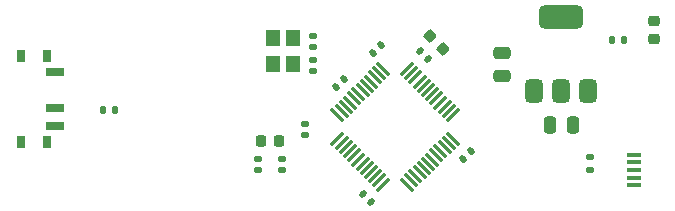
<source format=gbr>
%TF.GenerationSoftware,KiCad,Pcbnew,8.0.8*%
%TF.CreationDate,2025-03-25T21:44:27+01:00*%
%TF.ProjectId,stm32_red_pill,73746d33-325f-4726-9564-5f70696c6c2e,rev?*%
%TF.SameCoordinates,Original*%
%TF.FileFunction,Paste,Top*%
%TF.FilePolarity,Positive*%
%FSLAX46Y46*%
G04 Gerber Fmt 4.6, Leading zero omitted, Abs format (unit mm)*
G04 Created by KiCad (PCBNEW 8.0.8) date 2025-03-25 21:44:27*
%MOMM*%
%LPD*%
G01*
G04 APERTURE LIST*
G04 Aperture macros list*
%AMRoundRect*
0 Rectangle with rounded corners*
0 $1 Rounding radius*
0 $2 $3 $4 $5 $6 $7 $8 $9 X,Y pos of 4 corners*
0 Add a 4 corners polygon primitive as box body*
4,1,4,$2,$3,$4,$5,$6,$7,$8,$9,$2,$3,0*
0 Add four circle primitives for the rounded corners*
1,1,$1+$1,$2,$3*
1,1,$1+$1,$4,$5*
1,1,$1+$1,$6,$7*
1,1,$1+$1,$8,$9*
0 Add four rect primitives between the rounded corners*
20,1,$1+$1,$2,$3,$4,$5,0*
20,1,$1+$1,$4,$5,$6,$7,0*
20,1,$1+$1,$6,$7,$8,$9,0*
20,1,$1+$1,$8,$9,$2,$3,0*%
G04 Aperture macros list end*
%ADD10RoundRect,0.135000X-0.185000X0.135000X-0.185000X-0.135000X0.185000X-0.135000X0.185000X0.135000X0*%
%ADD11RoundRect,0.225000X-0.335876X-0.017678X-0.017678X-0.335876X0.335876X0.017678X0.017678X0.335876X0*%
%ADD12RoundRect,0.140000X-0.170000X0.140000X-0.170000X-0.140000X0.170000X-0.140000X0.170000X0.140000X0*%
%ADD13RoundRect,0.075000X-0.521491X-0.415425X-0.415425X-0.521491X0.521491X0.415425X0.415425X0.521491X0*%
%ADD14RoundRect,0.075000X-0.521491X0.415425X0.415425X-0.521491X0.521491X-0.415425X-0.415425X0.521491X0*%
%ADD15R,1.300000X0.450000*%
%ADD16RoundRect,0.140000X0.170000X-0.140000X0.170000X0.140000X-0.170000X0.140000X-0.170000X-0.140000X0*%
%ADD17R,0.800000X1.000000*%
%ADD18R,1.500000X0.700000*%
%ADD19RoundRect,0.140000X-0.219203X-0.021213X-0.021213X-0.219203X0.219203X0.021213X0.021213X0.219203X0*%
%ADD20RoundRect,0.140000X0.219203X0.021213X0.021213X0.219203X-0.219203X-0.021213X-0.021213X-0.219203X0*%
%ADD21RoundRect,0.135000X0.135000X0.185000X-0.135000X0.185000X-0.135000X-0.185000X0.135000X-0.185000X0*%
%ADD22RoundRect,0.375000X0.375000X-0.625000X0.375000X0.625000X-0.375000X0.625000X-0.375000X-0.625000X0*%
%ADD23RoundRect,0.500000X1.400000X-0.500000X1.400000X0.500000X-1.400000X0.500000X-1.400000X-0.500000X0*%
%ADD24RoundRect,0.218750X-0.218750X-0.256250X0.218750X-0.256250X0.218750X0.256250X-0.218750X0.256250X0*%
%ADD25RoundRect,0.135000X-0.135000X-0.185000X0.135000X-0.185000X0.135000X0.185000X-0.135000X0.185000X0*%
%ADD26RoundRect,0.140000X-0.021213X0.219203X-0.219203X0.021213X0.021213X-0.219203X0.219203X-0.021213X0*%
%ADD27RoundRect,0.250000X-0.475000X0.250000X-0.475000X-0.250000X0.475000X-0.250000X0.475000X0.250000X0*%
%ADD28RoundRect,0.250000X0.250000X0.475000X-0.250000X0.475000X-0.250000X-0.475000X0.250000X-0.475000X0*%
%ADD29R,1.200000X1.400000*%
%ADD30RoundRect,0.218750X0.256250X-0.218750X0.256250X0.218750X-0.256250X0.218750X-0.256250X-0.218750X0*%
%ADD31RoundRect,0.140000X0.021213X-0.219203X0.219203X-0.021213X-0.021213X0.219203X-0.219203X0.021213X0*%
G04 APERTURE END LIST*
D10*
%TO.C,R2*%
X129300000Y-104955000D03*
X129300000Y-105975000D03*
%TD*%
D11*
%TO.C,C5*%
X116908668Y-95790506D03*
X115812652Y-94694490D03*
%TD*%
D12*
%TO.C,C7*%
X101239410Y-105080588D03*
X101239410Y-106040588D03*
%TD*%
D13*
%TO.C,U1*%
X113838199Y-97472713D03*
X114191753Y-97826267D03*
X114545306Y-98179820D03*
X114898860Y-98533374D03*
X115252413Y-98886927D03*
X115605966Y-99240480D03*
X115959520Y-99594034D03*
X116313073Y-99947587D03*
X116666626Y-100301140D03*
X117020180Y-100654694D03*
X117373733Y-101008247D03*
X117727287Y-101361801D03*
D14*
X117727287Y-103359377D03*
X117373733Y-103712931D03*
X117020180Y-104066484D03*
X116666626Y-104420038D03*
X116313073Y-104773591D03*
X115959520Y-105127144D03*
X115605966Y-105480698D03*
X115252413Y-105834251D03*
X114898860Y-106187804D03*
X114545306Y-106541358D03*
X114191753Y-106894911D03*
X113838199Y-107248465D03*
D13*
X111840623Y-107248465D03*
X111487069Y-106894911D03*
X111133516Y-106541358D03*
X110779962Y-106187804D03*
X110426409Y-105834251D03*
X110072856Y-105480698D03*
X109719302Y-105127144D03*
X109365749Y-104773591D03*
X109012196Y-104420038D03*
X108658642Y-104066484D03*
X108305089Y-103712931D03*
X107951535Y-103359377D03*
D14*
X107951535Y-101361801D03*
X108305089Y-101008247D03*
X108658642Y-100654694D03*
X109012196Y-100301140D03*
X109365749Y-99947587D03*
X109719302Y-99594034D03*
X110072856Y-99240480D03*
X110426409Y-98886927D03*
X110779962Y-98533374D03*
X111133516Y-98179820D03*
X111487069Y-97826267D03*
X111840623Y-97472713D03*
%TD*%
D15*
%TO.C,J1*%
X133095000Y-107305000D03*
X133095000Y-106655000D03*
X133095000Y-106005000D03*
X133095000Y-105355000D03*
X133095000Y-104705000D03*
%TD*%
D16*
%TO.C,C11*%
X105839411Y-97660589D03*
X105839411Y-96700589D03*
%TD*%
D17*
%TO.C,SW1*%
X83350000Y-96350000D03*
X81140000Y-96350000D03*
X83350000Y-103650000D03*
X81140000Y-103650000D03*
D18*
X84000000Y-97750000D03*
X84000000Y-100750000D03*
X84000000Y-102250000D03*
%TD*%
D12*
%TO.C,C9*%
X105239410Y-102080588D03*
X105239410Y-103040588D03*
%TD*%
D19*
%TO.C,C2*%
X114960589Y-95963747D03*
X115639411Y-96642569D03*
%TD*%
D20*
%TO.C,C4*%
X110100000Y-108021178D03*
X110778822Y-108700000D03*
%TD*%
D16*
%TO.C,C10*%
X105839411Y-95640589D03*
X105839411Y-94680589D03*
%TD*%
D21*
%TO.C,R3*%
X132250000Y-95000000D03*
X131230000Y-95000000D03*
%TD*%
D22*
%TO.C,U2*%
X124600000Y-99350000D03*
X126900000Y-99349999D03*
D23*
X126900000Y-93050001D03*
D22*
X129200000Y-99350000D03*
%TD*%
D24*
%TO.C,FB1*%
X101451909Y-103560589D03*
X103026911Y-103560589D03*
%TD*%
D25*
%TO.C,R1*%
X88090001Y-100900000D03*
X89109999Y-100900000D03*
%TD*%
D26*
%TO.C,C3*%
X118600000Y-105100000D03*
X119278822Y-104421178D03*
%TD*%
D27*
%TO.C,C12*%
X121900000Y-96150001D03*
X121900000Y-98049999D03*
%TD*%
D28*
%TO.C,C13*%
X127849999Y-102200000D03*
X125950001Y-102200000D03*
%TD*%
D29*
%TO.C,Y1*%
X102489411Y-94840589D03*
X102489411Y-97040589D03*
X104189411Y-97040589D03*
X104189411Y-94840589D03*
%TD*%
D30*
%TO.C,D1*%
X134725000Y-94962501D03*
X134725000Y-93387499D03*
%TD*%
D31*
%TO.C,C1*%
X111639411Y-95460589D03*
X110960589Y-96139411D03*
%TD*%
%TO.C,C6*%
X107785589Y-98989411D03*
X108464411Y-98310589D03*
%TD*%
D12*
%TO.C,C8*%
X103239411Y-105080589D03*
X103239411Y-106040589D03*
%TD*%
M02*

</source>
